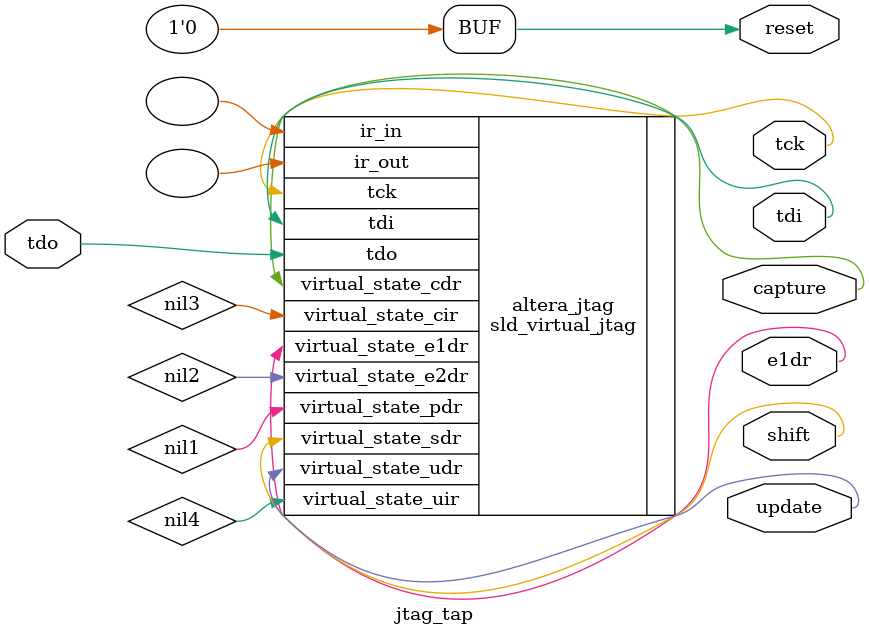
<source format=v>
module jtag_tap(
  output tck,
  output tdi,
  input tdo,
  output capture,
  output shift,
  output e1dr,
  output update,
  output reset
);

assign reset = 0;
wire nil1, nil2, nil3, nil4;

sld_virtual_jtag altera_jtag(
  .ir_in       		(),
  .ir_out		(),
  .tck			(tck),
  .tdo			(tdo),
  .tdi			(tdi),
  .virtual_state_cdr	(capture), // capture DR -> load shift register
  .virtual_state_sdr	(shift),   // shift      -> shift register from TDI to TDO
  .virtual_state_e1dr	(e1dr),    // done shift -> ignore (might shift more yet)
  .virtual_state_pdr	(nil1),    // paused     -> ignore
  .virtual_state_e2dr	(nil2),    // done pause -> ignore
  .virtual_state_udr	(update),  // update DR  -> load state from shift
  .virtual_state_cir	(nil3),    // capture IR -> write ir_out
  .virtual_state_uir	(nil4)     // update IR  -> read  ir_in
  // synopsys translate_off
  ,
  .jtag_state_cdr	(),
  .jtag_state_cir	(),
  .jtag_state_e1dr	(),
  .jtag_state_e1ir	(),
  .jtag_state_e2dr	(),
  .jtag_state_e2ir	(),
  .jtag_state_pdr	(),
  .jtag_state_pir	(),
  .jtag_state_rti	(),
  .jtag_state_sdr	(),
  .jtag_state_sdrs	(),
  .jtag_state_sir	(),
  .jtag_state_sirs	(),
  .jtag_state_tlr	(), // test logic reset
  .jtag_state_udr	(),
  .jtag_state_uir	(),
  .tms			()
  // synopsys translate_on
  );

defparam
   altera_jtag.sld_auto_instance_index = "YES",
   altera_jtag.sld_instance_index = 0,
   altera_jtag.sld_ir_width = 1,
   altera_jtag.sld_sim_action = "",
   altera_jtag.sld_sim_n_scan = 0,
   altera_jtag.sld_sim_total_length = 0;

endmodule

</source>
